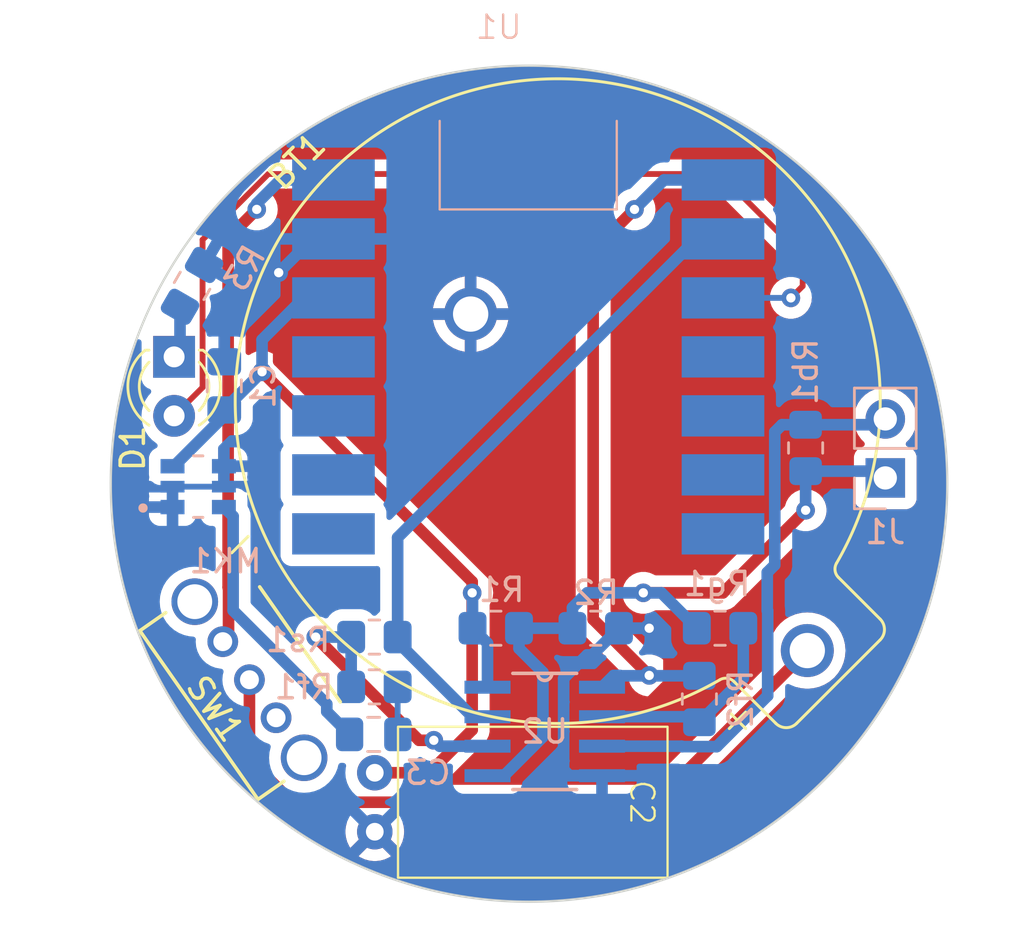
<source format=kicad_pcb>
(kicad_pcb (version 20221018) (generator pcbnew)
  (layers (0 "F.Cu" signal) (31 "B.Cu" signal) (34 "B.Paste" user) (35 "F.Paste" user) (36 "B.SilkS" user "B.Silkscreen") (37 "F.SilkS" user "F.Silkscreen") (38 "B.Mask" user) (39 "F.Mask" user) (44 "Edge.Cuts" user))
  (net 0 "")
  (net 1 "Net-(BT1-+)")
  (net 2 "GND")
  (net 3 "/3V3")
  (net 4 "Net-(MK1-OUT)")
  (net 5 "/1{slash}2 3V3")
  (net 6 "/Piezo+")
  (net 7 "VCC")
  (net 8 "/A0")
  (net 10 "/A1")
  (net 11 "/VMM out")
  (net 12 "/IN2-")
  (net 13 "/IN1-")
  (net 14 "Net-(D1-K)")
  (net 23 "/D2")
  (footprint "Button_Switch_THT:SWITCH_THT_SPDT_11MA1QS1" (layer "F.Cu") (at 87.311714 54.934939 -55)
    (fp_text reference "SW1" (at 2.177081 1.929563 -55 unlocked) (layer "F.SilkS"))
    (fp_text value "SW_SPDT" hide)
    (fp_line (start -2.432299 1.294593) (end -2.432299 2.6542) (stroke (width 0.1524)) (layer "F.SilkS"))
    (fp_line (start -2.432299 2.6542) (end 6.432301 2.6542) (stroke (width 0.1524)) (layer "F.SilkS"))
    (fp_line (start 0.605251 -2.6544) (end -1.022745 -2.6544) (stroke (width 0.1524)) (layer "F.SilkS"))
    (fp_line (start 2.605252 -2.6544) (end 0.605251 -2.6544) (stroke (width 0.1524)) (layer "F.SilkS"))
    (fp_line (start 4.605253 -2.6544) (end 2.605252 -2.6544) (stroke (width 0.1524)) (layer "F.SilkS"))
    (fp_line (start 5.022748 -2.6544) (end 4.605253 -2.6544) (stroke (width 0.1524)) (layer "F.SilkS"))
    (fp_line (start 6.432301 2.6542) (end 6.432301 1.294593) (stroke (width 0.1524)) (layer "F.SilkS"))
    (pad "1" thru_hole circle (at 0 0 305) (size 1.3208 1.3208) (drill 0.8128) (layers "*.Cu" "*.Mask") (net 7 "VCC"))
    (pad "2" thru_hole circle (at 2.000001 0 305) (size 1.3208 1.3208) (drill 0.8128) (layers "*.Cu" "*.Mask") (net 1 "Net-(BT1-+)"))
    (pad "3" thru_hole circle (at 4.000002 0 305) (size 1.3208 1.3208) (drill 0.8128) (layers "*.Cu" "*.Mask"))
    (pad "4" thru_hole circle (at -2.102099 0 305) (size 2.0066 2.0066) (drill 1.4986) (layers "*.Cu" "*.Mask"))
    (pad "5" thru_hole circle (at 6.102101 0 305) (size 2.0066 2.0066) (drill 1.4986) (layers "*.Cu" "*.Mask"))
  )
  (footprint "LED_THT:LED_D3.0mm" (layer "F.Cu") (at 85.217 42.672 -90)
    (fp_text reference "D1" (at 3.937 1.778 90) (layer "F.SilkS"))
    (fp_text value "LED")
    (fp_line (start -0.29 -1.236) (end -0.29 -1.08) (stroke (width 0.12)) (layer "F.SilkS"))
    (fp_line (start -0.29 1.08) (end -0.29 1.236) (stroke (width 0.12)) (layer "F.SilkS"))
    (fp_arc (start -0.29 -1.235516) (mid 1.366487 -1.987659) (end 2.942335 -1.078608) (stroke (width 0.12)) (layer "F.SilkS"))
    (fp_arc (start 0.229039 -1.08) (mid 1.270117 -1.5) (end 2.31113 -1.079837) (stroke (width 0.12)) (layer "F.SilkS"))
    (fp_arc (start 2.31113 1.079837) (mid 1.270117 1.5) (end 0.229039 1.08) (stroke (width 0.12)) (layer "F.SilkS"))
    (fp_arc (start 2.942335 1.078608) (mid 1.366487 1.987659) (end -0.29 1.235516) (stroke (width 0.12)) (layer "F.SilkS"))
    (pad "1" thru_hole rect (at 0 0 270) (size 1.8 1.8) (drill 0.9) (layers "*.Cu" "*.Mask") (net 14 "Net-(D1-K)"))
    (pad "2" thru_hole circle (at 2.54 0 270) (size 1.8 1.8) (drill 0.9) (layers "*.Cu" "*.Mask") (net 23 "/D2"))
  )
  (footprint "Capacitor_THT:300uF_laydown" (layer "F.Cu") (at 93.853 61.849 -90)
    (fp_text reference "C2" (at 0 -11.5 -90 unlocked) (layer "F.SilkS") (effects (font (thickness 0.1))))
    (fp_text value "220uF")
    (fp_rect (start -3.25 -12.6) (end 3.25 -1) (stroke (width 0.1)) (fill none) (layer "F.SilkS"))
    (pad "1" thru_hole circle (at -1.27 0 270) (size 1.524 1.524) (drill 0.762) (layers "*.Cu" "*.Mask") (net 3 "/3V3"))
    (pad "2" thru_hole circle (at 1.27 0 270) (size 1.524 1.524) (drill 0.762) (layers "*.Cu" "*.Mask") (net 2 "GND"))
  )
  (footprint "Battery:BAT_1025-7" (layer "F.Cu") (at 101.727 44.577 45)
    (fp_text reference "BT1" (at -0.635 -15.24 45) (layer "F.SilkS"))
    (fp_text value "Battery_Cell")
    (fp_line (start -14.54 -5.3008) (end -13.54 -5.3008) (stroke (width 0.127)) (layer "F.SilkS"))
    (fp_line (start -4.75 15.1892) (end -3.75 15.1892) (stroke (width 0.127)) (layer "F.SilkS"))
    (fp_line (start -4.25 14.6892) (end -4.25 15.6892) (stroke (width 0.127)) (layer "F.SilkS"))
    (fp_line (start -3.175 13.9098) (end -3.175 16.4465) (stroke (width 0.127)) (layer "F.SilkS"))
    (fp_line (start -2.54 17.0815) (end 2.54 17.0815) (stroke (width 0.127)) (layer "F.SilkS"))
    (fp_line (start 3.175 13.9098) (end 3.175 16.4465) (stroke (width 0.127)) (layer "F.SilkS"))
    (fp_arc (start -3.55402 13.4173) (mid -3.280724 13.599069) (end -3.175 13.9098) (stroke (width 0.127)) (layer "F.SilkS"))
    (fp_arc (start -3.55402 13.4173) (mid 0 -13.879992) (end 3.55402 13.4173) (stroke (width 0.127)) (layer "F.SilkS"))
    (fp_arc (start -2.54 17.0815) (mid -2.989013 16.895513) (end -3.175 16.4465) (stroke (width 0.127)) (layer "F.SilkS"))
    (fp_arc (start 3.175 13.9098) (mid 3.280723 13.599069) (end 3.55402 13.4173) (stroke (width 0.127)) (layer "F.SilkS"))
    (fp_arc (start 3.175 16.4465) (mid 2.989013 16.895513) (end 2.54 17.0815) (stroke (width 0.127)) (layer "F.SilkS"))
    (pad "1" thru_hole circle (at 0 15.1892 45) (size 2.28 2.28) (drill 1.52) (layers "*.Cu" "*.Mask") (net 1 "Net-(BT1-+)"))
    (pad "2" thru_hole circle (at 0 -5.3008 45) (size 2.28 2.28) (drill 1.52) (layers "*.Cu" "*.Mask") (net 2 "GND"))
  )
  (footprint "Resistor_SMD:R_0805_2012Metric_Pad1.20x1.40mm_HandSolder" (layer "B.Cu") (at 99.06 54.356)
    (fp_text reference "R1" (at 0.254 -1.651) (layer "B.SilkS") (effects (justify mirror)))
    (fp_text value "12K")
    (fp_line (start -0.227064 -0.735) (end 0.227064 -0.735) (stroke (width 0.12)) (layer "B.SilkS"))
    (fp_line (start -0.227064 0.735) (end 0.227064 0.735) (stroke (width 0.12)) (layer "B.SilkS"))
    (pad "1" smd roundrect (at -1 0) (size 1.2 1.4) (layers "B.Cu" "B.Paste" "B.Mask") (roundrect_rratio 0.2083333333) (net 3 "/3V3"))
    (pad "2" smd roundrect (at 1 0) (size 1.2 1.4) (layers "B.Cu" "B.Paste" "B.Mask") (roundrect_rratio 0.2083333333) (net 5 "/1{slash}2 3V3"))
  )
  (footprint "Capacitor_SMD:C_0805_2012Metric_Pad1.18x1.45mm_HandSolder" (layer "B.Cu") (at 93.807 58.928)
    (fp_text reference "C3" (at 2.332 1.651) (layer "B.SilkS") (effects (justify mirror)))
    (fp_text value "0.22uF")
    (fp_line (start -0.261252 -0.735) (end 0.261252 -0.735) (stroke (width 0.12)) (layer "B.SilkS"))
    (fp_line (start -0.261252 0.735) (end 0.261252 0.735) (stroke (width 0.12)) (layer "B.SilkS"))
    (pad "1" smd roundrect (at -1.0375 0) (size 1.175 1.45) (layers "B.Cu" "B.Paste" "B.Mask") (roundrect_rratio 0.2127659574) (net 4 "Net-(MK1-OUT)"))
    (pad "2" smd roundrect (at 1.0375 0) (size 1.175 1.45) (layers "B.Cu" "B.Paste" "B.Mask") (roundrect_rratio 0.2127659574) (net 11 "/VMM out"))
  )
  (footprint "Resistor_SMD:R_0805_2012Metric_Pad1.20x1.40mm_HandSolder" (layer "B.Cu") (at 107.823 57.404 90)
    (fp_text reference "Rf2" (at 0 1.778 90) (layer "B.SilkS") (effects (justify mirror)))
    (fp_text value "560K")
    (fp_line (start -0.227064 -0.735) (end 0.227064 -0.735) (stroke (width 0.12)) (layer "B.SilkS"))
    (fp_line (start -0.227064 0.735) (end 0.227064 0.735) (stroke (width 0.12)) (layer "B.SilkS"))
    (pad "1" smd roundrect (at -1 0 90) (size 1.2 1.4) (layers "B.Cu" "B.Paste" "B.Mask") (roundrect_rratio 0.2083333333) (net 13 "/IN1-"))
    (pad "2" smd roundrect (at 1 0 90) (size 1.2 1.4) (layers "B.Cu" "B.Paste" "B.Mask") (roundrect_rratio 0.2083333333) (net 8 "/A0"))
  )
  (footprint "Connector_PinHeader_2.54mm:PinHeader_1x02_P2.54mm_Vertical" (layer "B.Cu") (at 115.824 47.884)
    (fp_text reference "J1" (at 0 2.33) (layer "B.SilkS") (effects (justify mirror)))
    (fp_text value "Piezo sensor")
    (fp_line (start -1.33 -3.87) (end 1.33 -3.87) (stroke (width 0.12)) (layer "B.SilkS"))
    (fp_line (start -1.33 -1.27) (end -1.33 -3.87) (stroke (width 0.12)) (layer "B.SilkS"))
    (fp_line (start -1.33 -1.27) (end 1.33 -1.27) (stroke (width 0.12)) (layer "B.SilkS"))
    (fp_line (start -1.33 0) (end -1.33 1.33) (stroke (width 0.12)) (layer "B.SilkS"))
    (fp_line (start -1.33 1.33) (end 0 1.33) (stroke (width 0.12)) (layer "B.SilkS"))
    (fp_line (start 1.33 -1.27) (end 1.33 -3.87) (stroke (width 0.12)) (layer "B.SilkS"))
    (pad "1" thru_hole rect (at 0 0) (size 1.7 1.7) (drill 1) (layers "*.Cu" "*.Mask") (net 5 "/1{slash}2 3V3"))
    (pad "2" thru_hole oval (at 0 -2.54) (size 1.7 1.7) (drill 1) (layers "*.Cu" "*.Mask") (net 6 "/Piezo+"))
  )
  (footprint "Resistor_SMD:R_0805_2012Metric_Pad1.20x1.40mm_HandSolder" (layer "B.Cu") (at 93.837 56.881 180)
    (fp_text reference "Rs1" (at 3.286 2.017) (layer "B.SilkS") (effects (justify mirror)))
    (fp_text value "15K")
    (fp_line (start -0.227064 -0.735) (end 0.227064 -0.735) (stroke (width 0.12)) (layer "B.SilkS"))
    (fp_line (start -0.227064 0.735) (end 0.227064 0.735) (stroke (width 0.12)) (layer "B.SilkS"))
    (pad "1" smd roundrect (at -1 0 180) (size 1.2 1.4) (layers "B.Cu" "B.Paste" "B.Mask") (roundrect_rratio 0.2083333333) (net 11 "/VMM out"))
    (pad "2" smd roundrect (at 1 0 180) (size 1.2 1.4) (layers "B.Cu" "B.Paste" "B.Mask") (roundrect_rratio 0.2083333333) (net 12 "/IN2-"))
  )
  (footprint "Capacitor_SMD:C_0805_2012Metric_Pad1.18x1.45mm_HandSolder" (layer "B.Cu") (at 87.376 43.9205 90)
    (fp_text reference "C1" (at 0 1.68 90) (layer "B.SilkS") (effects (justify mirror)))
    (fp_text value "0.1uF")
    (fp_line (start -0.261252 -0.735) (end 0.261252 -0.735) (stroke (width 0.12)) (layer "B.SilkS"))
    (fp_line (start -0.261252 0.735) (end 0.261252 0.735) (stroke (width 0.12)) (layer "B.SilkS"))
    (pad "1" smd roundrect (at -1.0375 0 90) (size 1.175 1.45) (layers "B.Cu" "B.Paste" "B.Mask") (roundrect_rratio 0.2127659574) (net 3 "/3V3"))
    (pad "2" smd roundrect (at 1.0375 0 90) (size 1.175 1.45) (layers "B.Cu" "B.Paste" "B.Mask") (roundrect_rratio 0.2127659574) (net 2 "GND"))
  )
  (footprint "Capacitor_SMD:C_0805_2012Metric_Pad1.18x1.45mm_HandSolder" (layer "B.Cu") (at 85.98975 39.614499 60)
    (fp_text reference "R3" (at 1.789308 1.594175 60) (layer "B.SilkS") (effects (justify mirror)))
    (fp_text value "R")
    (fp_line (start -0.261252 -0.735) (end 0.261252 -0.735) (stroke (width 0.12)) (layer "B.SilkS"))
    (fp_line (start -0.261252 0.735) (end 0.261252 0.735) (stroke (width 0.12)) (layer "B.SilkS"))
    (pad "1" smd roundrect (at -1.0375 0 60) (size 1.175 1.45) (layers "B.Cu" "B.Paste" "B.Mask") (roundrect_rratio 0.2127659574) (net 14 "Net-(D1-K)"))
    (pad "2" smd roundrect (at 1.0375 0 60) (size 1.175 1.45) (layers "B.Cu" "B.Paste" "B.Mask") (roundrect_rratio 0.2127659574) (net 2 "GND"))
  )
  (footprint "Resistor_SMD:R_0805_2012Metric_Pad1.20x1.40mm_HandSolder" (layer "B.Cu") (at 93.837 54.737)
    (fp_text reference "Rf1" (at -3.032 2.159) (layer "B.SilkS") (effects (justify mirror)))
    (fp_text value "560K")
    (fp_line (start -0.227064 -0.735) (end 0.227064 -0.735) (stroke (width 0.12)) (layer "B.SilkS"))
    (fp_line (start -0.227064 0.735) (end 0.227064 0.735) (stroke (width 0.12)) (layer "B.SilkS"))
    (pad "1" smd roundrect (at -1 0) (size 1.2 1.4) (layers "B.Cu" "B.Paste" "B.Mask") (roundrect_rratio 0.2083333333) (net 12 "/IN2-"))
    (pad "2" smd roundrect (at 1 0) (size 1.2 1.4) (layers "B.Cu" "B.Paste" "B.Mask") (roundrect_rratio 0.2083333333) (net 10 "/A1"))
  )
  (footprint "op_amp:TLV2772CDR" (layer "B.Cu") (at 101.1682 58.801 180)
    (fp_text reference "U2" (at 0 0 unlocked) (layer "B.SilkS") (effects (justify mirror)))
    (fp_text value "TLV2772CDR")
    (fp_line (start -1.373653 -2.5019) (end 1.373653 -2.5019) (stroke (width 0.1524)) (layer "B.SilkS"))
    (fp_line (start 1.373653 2.5019) (end -1.373653 2.5019) (stroke (width 0.1524)) (layer "B.SilkS"))
    (fp_arc (start -0.3048 2.5019) (mid 0 2.1971) (end 0.3048 2.5019) (stroke (width 0.1524)) (layer "B.SilkS"))
    (pad "1" smd rect (at -2.4638 1.905 180) (size 1.9812 0.5588) (layers "B.Cu" "B.Paste" "B.Mask") (net 8 "/A0"))
    (pad "2" smd rect (at -2.4638 0.635 180) (size 1.9812 0.5588) (layers "B.Cu" "B.Paste" "B.Mask") (net 13 "/IN1-"))
    (pad "3" smd rect (at -2.4638 -0.635 180) (size 1.9812 0.5588) (layers "B.Cu" "B.Paste" "B.Mask") (net 6 "/Piezo+"))
    (pad "4" smd rect (at -2.4638 -1.905 180) (size 1.9812 0.5588) (layers "B.Cu" "B.Paste" "B.Mask") (net 2 "GND"))
    (pad "5" smd rect (at 2.4638 -1.905 180) (size 1.9812 0.5588) (layers "B.Cu" "B.Paste" "B.Mask") (net 5 "/1{slash}2 3V3"))
    (pad "6" smd rect (at 2.4638 -0.635 180) (size 1.9812 0.5588) (layers "B.Cu" "B.Paste" "B.Mask") (net 12 "/IN2-"))
    (pad "7" smd rect (at 2.4638 0.635 180) (size 1.9812 0.5588) (layers "B.Cu" "B.Paste" "B.Mask") (net 10 "/A1"))
    (pad "8" smd rect (at 2.4638 1.905 180) (size 1.9812 0.5588) (layers "B.Cu" "B.Paste" "B.Mask") (net 3 "/3V3"))
  )
  (footprint "Resistor_SMD:R_0805_2012Metric_Pad1.20x1.40mm_HandSolder" (layer "B.Cu") (at 103.362 54.356)
    (fp_text reference "R2" (at 0.016 -1.524) (layer "B.SilkS") (effects (justify mirror)))
    (fp_text value "12K")
    (fp_line (start -0.227064 -0.735) (end 0.227064 -0.735) (stroke (width 0.12)) (layer "B.SilkS"))
    (fp_line (start -0.227064 0.735) (end 0.227064 0.735) (stroke (width 0.12)) (layer "B.SilkS"))
    (pad "1" smd roundrect (at -1 0) (size 1.2 1.4) (layers "B.Cu" "B.Paste" "B.Mask") (roundrect_rratio 0.2083333333) (net 5 "/1{slash}2 3V3"))
    (pad "2" smd roundrect (at 1 0) (size 1.2 1.4) (layers "B.Cu" "B.Paste" "B.Mask") (roundrect_rratio 0.2083333333) (net 2 "GND"))
  )
  (footprint "Resistor_SMD:R_0805_2012Metric_Pad1.20x1.40mm_HandSolder" (layer "B.Cu") (at 112.395 46.593 -90)
    (fp_text reference "Rb1" (at -3.286 0 90) (layer "B.SilkS") (effects (justify mirror)))
    (fp_text value "10M")
    (fp_line (start -0.227064 -0.735) (end 0.227064 -0.735) (stroke (width 0.12)) (layer "B.SilkS"))
    (fp_line (start -0.227064 0.735) (end 0.227064 0.735) (stroke (width 0.12)) (layer "B.SilkS"))
    (pad "1" smd roundrect (at -1 0 270) (size 1.2 1.4) (layers "B.Cu" "B.Paste" "B.Mask") (roundrect_rratio 0.2083333333) (net 6 "/Piezo+"))
    (pad "2" smd roundrect (at 1 0 270) (size 1.2 1.4) (layers "B.Cu" "B.Paste" "B.Mask") (roundrect_rratio 0.2083333333) (net 5 "/1{slash}2 3V3"))
  )
  (footprint "XIAO ESP32 THT:XIAO_SMD" (layer "B.Cu") (at 100.457 42.672 180)
    (fp_text reference "U1" (at 1.27 14.2 unlocked) (layer "B.SilkS") (effects (font (thickness 0.1)) (justify mirror)))
    (fp_text value "~")
    (fp_line (start -3.81 6.35) (end 3.81 6.35) (stroke (width 0.1)) (layer "B.SilkS"))
    (fp_line (start -3.81 10.16) (end -3.81 6.35) (stroke (width 0.1)) (layer "B.SilkS"))
    (fp_line (start 3.81 6.35) (end 3.81 10.16) (stroke (width 0.1)) (layer "B.SilkS"))
    (pad "1" smd rect (at -7.62 7.62 180) (size 3.556 1.778) (drill (offset -0.762 0)) (layers "B.Cu" "B.Paste" "B.Mask") (net 8 "/A0"))
    (pad "2" smd rect (at -7.62 5.08 180) (size 3.556 1.778) (drill (offset -0.762 0)) (layers "B.Cu" "B.Paste" "B.Mask") (net 10 "/A1"))
    (pad "3" smd rect (at -7.62 2.54 180) (size 3.556 1.778) (drill (offset -0.762 0)) (layers "B.Cu" "B.Paste" "B.Mask") (net 23 "/D2"))
    (pad "4" smd rect (at -7.62 0 180) (size 3.556 1.778) (drill (offset -0.762 0)) (layers "B.Cu" "B.Paste" "B.Mask"))
    (pad "5" smd rect (at -7.62 -2.54 180) (size 3.556 1.778) (drill (offset -0.762 0)) (layers "B.Cu" "B.Paste" "B.Mask"))
    (pad "6" smd rect (at -7.62 -5.08 180) (size 3.556 1.778) (drill (offset -0.762 0)) (layers "B.Cu" "B.Paste" "B.Mask"))
    (pad "7" smd rect (at -7.62 -7.62 180) (size 3.556 1.778) (drill (offset -0.762 0)) (layers "B.Cu" "B.Paste" "B.Mask"))
    (pad "8" smd rect (at 7.62 7.62 180) (size 3.556 1.778) (drill (offset 0.762 0)) (layers "B.Cu" "B.Paste" "B.Mask") (net 7 "VCC"))
    (pad "9" smd rect (at 7.62 5.08 180) (size 3.556 1.778) (drill (offset 0.762 0)) (layers "B.Cu" "B.Paste" "B.Mask") (net 2 "GND"))
    (pad "10" smd rect (at 7.62 2.54 180) (size 3.556 1.778) (drill (offset 0.762 0)) (layers "B.Cu" "B.Paste" "B.Mask") (net 3 "/3V3"))
    (pad "11" smd rect (at 7.62 0 180) (size 3.556 1.778) (drill (offset 0.762 0)) (layers "B.Cu" "B.Paste" "B.Mask"))
    (pad "12" smd rect (at 7.62 -2.54 180) (size 3.556 1.778) (drill (offset 0.762 0)) (layers "B.Cu" "B.Paste" "B.Mask"))
    (pad "13" smd rect (at 7.62 -5.08 180) (size 3.556 1.778) (drill (offset 0.762 0)) (layers "B.Cu" "B.Paste" "B.Mask"))
    (pad "14" smd rect (at 7.62 -7.62 180) (size 3.556 1.778) (drill (offset 0.762 0)) (layers "B.Cu" "B.Paste" "B.Mask"))
  )
  (footprint "Resistor_SMD:R_0805_2012Metric_Pad1.20x1.40mm_HandSolder" (layer "B.Cu") (at 108.712 54.356)
    (fp_text reference "Rg1" (at -0.127 -1.905) (layer "B.SilkS") (effects (justify mirror)))
    (fp_text value "12K")
    (fp_line (start -0.227064 -0.735) (end 0.227064 -0.735) (stroke (width 0.12)) (layer "B.SilkS"))
    (fp_line (start -0.227064 0.735) (end 0.227064 0.735) (stroke (width 0.12)) (layer "B.SilkS"))
    (pad "1" smd roundrect (at -1 0) (size 1.2 1.4) (layers "B.Cu" "B.Paste" "B.Mask") (roundrect_rratio 0.2083333333) (net 5 "/1{slash}2 3V3"))
    (pad "2" smd roundrect (at 1 0) (size 1.2 1.4) (layers "B.Cu" "B.Paste" "B.Mask") (roundrect_rratio 0.2083333333) (net 13 "/IN1-"))
  )
  (footprint "Sensor_Audio:MIC_VMM-1627L-R" (layer "B.Cu") (at 86.254 48.26)
    (fp_text reference "MK1" (at 1.175 3.21) (layer "B.SilkS") (effects (justify mirror)))
    (fp_text value "VMM-1627L-R")
    (fp_line (start -0.2 -1.325) (end 0.2 -1.325) (stroke (width 0.127)) (layer "B.SilkS"))
    (fp_line (start -0.2 1.325) (end 0.2 1.325) (stroke (width 0.127)) (layer "B.SilkS"))
    (fp_circle (center -2.375 0.92) (end -2.275 0.92) (stroke (width 0.2)) (fill none) (layer "B.SilkS"))
    (pad "1" smd rect (at -1.105 0.88) (size 1.03 0.62) (layers "B.Cu" "B.Paste" "B.Mask") (net 2 "GND"))
    (pad "2" smd rect (at -1.105 0) (size 1.03 0.5) (layers "B.Cu" "B.Paste" "B.Mask") (net 2 "GND"))
    (pad "3" smd rect (at -1.105 -0.88) (size 1.03 0.62) (layers "B.Cu" "B.Paste" "B.Mask") (net 3 "/3V3"))
    (pad "4" smd rect (at 1.105 -0.88) (size 1.03 0.62) (layers "B.Cu" "B.Paste" "B.Mask") (net 2 "GND"))
    (pad "5" smd rect (at 1.105 0) (size 1.03 0.5) (layers "B.Cu" "B.Paste" "B.Mask") (net 2 "GND"))
    (pad "6" smd rect (at 1.105 0.88) (size 1.03 0.62) (layers "B.Cu" "B.Paste" "B.Mask") (net 4 "Net-(MK1-OUT)"))
  )
  (gr_circle (center 100.491 48.133) (end 118.491 48.133) (stroke (width 0.1)) (fill none) (layer "Edge.Cuts"))
  (segment (start 90.297 61.849) (end 88.458867 60.010867) (width 0.5) (layer "F.Cu") (net 1))
  (segment (start 88.458867 60.010867) (end 88.458867 56.573244) (width 0.5) (layer "F.Cu") (net 1))
  (segment (start 112.467386 55.317386) (end 105.935772 61.849) (width 0.5) (layer "F.Cu") (net 1))
  (segment (start 105.935772 61.849) (end 90.297 61.849) (width 0.5) (layer "F.Cu") (net 1))
  (segment (start 106.514 56.740082) (end 106.514 55.206) (width 0.5) (layer "F.Cu") (net 2))
  (segment (start 89.718 39.045) (end 89.718 42.855) (width 0.5) (layer "F.Cu") (net 2))
  (segment (start 105.693541 57.560541) (end 106.514 56.740082) (width 0.5) (layer "F.Cu") (net 2))
  (segment (start 106.514 55.206) (end 105.664 54.356) (width 0.5) (layer "F.Cu") (net 2))
  (segment (start 104.423541 57.560541) (end 105.693541 57.560541) (width 0.5) (layer "F.Cu") (net 2))
  (segment (start 89.718 42.855) (end 104.423541 57.560541) (width 0.5) (layer "F.Cu") (net 2))
  (via (at 105.664 54.356) (size 0.8) (drill 0.4) (layers "F.Cu" "B.Cu") (net 2))
  (via (at 89.718 39.045) (size 0.8) (drill 0.4) (layers "F.Cu" "B.Cu") (net 2))
  (segment (start 101.981 60.452) (end 102.235 60.706) (width 0.5) (layer "B.Cu") (net 2))
  (segment (start 85.149 48.26) (end 85.149 49.14) (width 0.25) (layer "B.Cu") (net 2))
  (segment (start 104.362 54.356) (end 103.212 55.506) (width 0.5) (layer "B.Cu") (net 2))
  (segment (start 92.837 37.592) (end 92.71 37.592) (width 0.25) (layer "B.Cu") (net 2))
  (segment (start 102.99 55.506) (end 101.981 56.515) (width 0.5) (layer "B.Cu") (net 2))
  (segment (start 85.149 48.26) (end 87.359 48.26) (width 0.25) (layer "B.Cu") (net 2))
  (segment (start 87.359 48.26) (end 87.359 47.38) (width 0.25) (layer "B.Cu") (net 2))
  (segment (start 89.718 39.045) (end 91.171 37.592) (width 0.5) (layer "B.Cu") (net 2))
  (segment (start 87.376 41.387) (end 87.376 42.883) (width 0.5) (layer "B.Cu") (net 2))
  (segment (start 102.235 60.706) (end 103.632 60.706) (width 0.5) (layer "B.Cu") (net 2))
  (segment (start 89.718 39.045) (end 87.376 41.387) (width 0.5) (layer "B.Cu") (net 2))
  (segment (start 87.639 48.378) (end 87.757 48.26) (width 0.25) (layer "B.Cu") (net 2))
  (segment (start 103.212 55.506) (end 102.99 55.506) (width 0.5) (layer "B.Cu") (net 2))
  (segment (start 101.981 56.515) (end 101.981 60.452) (width 0.5) (layer "B.Cu") (net 2))
  (segment (start 91.171 37.592) (end 92.837 37.592) (width 0.5) (layer "B.Cu") (net 2))
  (segment (start 104.362 54.356) (end 105.664 54.356) (width 0.5) (layer "B.Cu") (net 2))
  (segment (start 98.044 52.3542) (end 98.044 52.832) (width 0.5) (layer "F.Cu") (net 3))
  (segment (start 98.044 58.733082) (end 96.198082 60.579) (width 0.5) (layer "F.Cu") (net 3))
  (segment (start 89.002071 43.312271) (end 98.044 52.3542) (width 0.5) (layer "F.Cu") (net 3))
  (segment (start 98.044 52.832) (end 98.044 58.733082) (width 0.5) (layer "F.Cu") (net 3))
  (segment (start 96.198082 60.579) (end 93.853 60.579) (width 0.5) (layer "F.Cu") (net 3))
  (via (at 89.002071 43.312271) (size 0.8) (drill 0.4) (layers "F.Cu" "B.Cu") (net 3))
  (via (at 98.044 52.832) (size 0.8) (drill 0.4) (layers "F.Cu" "B.Cu") (net 3))
  (segment (start 87.376 44.958) (end 87.376 44.938342) (width 0.5) (layer "B.Cu") (net 3))
  (segment (start 87.376 45.212) (end 87.376 44.958) (width 0.5) (layer "B.Cu") (net 3))
  (segment (start 90.805 40.132) (end 92.71 40.132) (width 0.25) (layer "B.Cu") (net 3))
  (segment (start 98.7044 56.896) (end 98.7044 55.0004) (width 0.5) (layer "B.Cu") (net 3))
  (segment (start 85.208 47.38) (end 87.376 45.212) (width 0.5) (layer "B.Cu") (net 3))
  (segment (start 89.002071 43.312271) (end 89.002071 41.934929) (width 0.5) (layer "B.Cu") (net 3))
  (segment (start 89.002071 41.934929) (end 90.805 40.132) (width 0.5) (layer "B.Cu") (net 3))
  (segment (start 98.06 52.848) (end 98.044 52.832) (width 0.5) (layer "B.Cu") (net 3))
  (segment (start 87.376 44.938342) (end 89.002071 43.312271) (width 0.5) (layer "B.Cu") (net 3))
  (segment (start 98.7044 55.0004) (end 98.06 54.356) (width 0.5) (layer "B.Cu") (net 3))
  (segment (start 85.149 47.38) (end 85.208 47.38) (width 0.5) (layer "B.Cu") (net 3))
  (segment (start 98.06 54.356) (end 98.06 52.848) (width 0.5) (layer "B.Cu") (net 3))
  (segment (start 91.787 57.9455) (end 92.7695 58.928) (width 0.5) (layer "B.Cu") (net 4))
  (segment (start 87.757 53.594) (end 91.787 57.624) (width 0.5) (layer "B.Cu") (net 4))
  (segment (start 87.359 49.14) (end 87.757 49.538) (width 0.5) (layer "B.Cu") (net 4))
  (segment (start 91.787 57.624) (end 91.787 57.9455) (width 0.5) (layer "B.Cu") (net 4))
  (segment (start 87.757 49.538) (end 87.757 53.594) (width 0.5) (layer "B.Cu") (net 4))
  (segment (start 108.839 52.832) (end 112.395 49.276) (width 0.5) (layer "F.Cu") (net 5))
  (segment (start 105.41 52.832) (end 108.839 52.832) (width 0.5) (layer "F.Cu") (net 5))
  (via (at 105.41 52.832) (size 0.8) (drill 0.4) (layers "F.Cu" "B.Cu") (net 5))
  (via (at 112.395 49.276) (size 0.8) (drill 0.4) (layers "F.Cu" "B.Cu") (net 5))
  (segment (start 101.092 56.261) (end 101.092 59.0296) (width 0.5) (layer "B.Cu") (net 5))
  (segment (start 100.06 54.356) (end 100.06 55.229) (width 0.5) (layer "B.Cu") (net 5))
  (segment (start 102.362 54.356) (end 102.362 53.467) (width 0.5) (layer "B.Cu") (net 5))
  (segment (start 100.06 55.229) (end 101.092 56.261) (width 0.5) (layer "B.Cu") (net 5))
  (segment (start 112.395 47.593) (end 115.533 47.593) (width 0.5) (layer "B.Cu") (net 5))
  (segment (start 99.4156 60.706) (end 98.7044 60.706) (width 0.25) (layer "B.Cu") (net 5))
  (segment (start 102.362 53.467) (end 102.997 52.832) (width 0.5) (layer "B.Cu") (net 5))
  (segment (start 106.188 52.832) (end 107.712 54.356) (width 0.5) (layer "B.Cu") (net 5))
  (segment (start 115.533 47.593) (end 115.824 47.884) (width 0.5) (layer "B.Cu") (net 5))
  (segment (start 101.092 59.0296) (end 99.4156 60.706) (width 0.5) (layer "B.Cu") (net 5))
  (segment (start 112.395 47.593) (end 112.395 49.276) (width 0.5) (layer "B.Cu") (net 5))
  (segment (start 100.06 54.356) (end 102.362 54.356) (width 0.5) (layer "B.Cu") (net 5))
  (segment (start 105.41 52.832) (end 106.188 52.832) (width 0.5) (layer "B.Cu") (net 5))
  (segment (start 102.997 52.832) (end 105.41 52.832) (width 0.5) (layer "B.Cu") (net 5))
  (segment (start 107.058122 59.436) (end 103.632 59.436) (width 0.5) (layer "B.Cu") (net 6))
  (segment (start 112.395 45.593) (end 111.379 45.593) (width 0.5) (layer "B.Cu") (net 6))
  (segment (start 111.379 45.593) (end 111.067 45.905) (width 0.5) (layer "B.Cu") (net 6))
  (segment (start 111.067 45.905) (end 111.067 51.631) (width 0.5) (layer "B.Cu") (net 6))
  (segment (start 110.762 57.261878) (end 108.569878 59.454) (width 0.5) (layer "B.Cu") (net 6))
  (segment (start 110.744 51.954) (end 110.744 53.591122) (width 0.5) (layer "B.Cu") (net 6))
  (segment (start 110.762 53.609122) (end 110.762 57.261878) (width 0.5) (layer "B.Cu") (net 6))
  (segment (start 115.575 45.593) (end 115.824 45.344) (width 0.5) (layer "B.Cu") (net 6))
  (segment (start 112.395 45.593) (end 115.575 45.593) (width 0.5) (layer "B.Cu") (net 6))
  (segment (start 110.744 53.591122) (end 110.762 53.609122) (width 0.5) (layer "B.Cu") (net 6))
  (segment (start 108.569878 59.454) (end 107.076122 59.454) (width 0.5) (layer "B.Cu") (net 6))
  (segment (start 111.067 51.631) (end 110.744 51.954) (width 0.5) (layer "B.Cu") (net 6))
  (segment (start 107.076122 59.454) (end 107.058122 59.436) (width 0.5) (layer "B.Cu") (net 6))
  (segment (start 88.773 36.322) (end 87.542 37.553) (width 0.5) (layer "F.Cu") (net 7))
  (segment (start 87.5593 54.687353) (end 87.311714 54.934939) (width 0.5) (layer "F.Cu") (net 7))
  (segment (start 87.5593 52.611023) (end 87.5593 54.687353) (width 0.5) (layer "F.Cu") (net 7))
  (segment (start 87.542 52.593723) (end 87.5593 52.611023) (width 0.5) (layer "F.Cu") (net 7))
  (segment (start 87.542 55.02265) (end 87.302171 55.262479) (width 0.5) (layer "F.Cu") (net 7))
  (segment (start 87.542 37.553) (end 87.542 52.593723) (width 0.5) (layer "F.Cu") (net 7))
  (via (at 88.773 36.322) (size 0.8) (drill 0.4) (layers "F.Cu" "B.Cu") (net 7))
  (segment (start 88.773 36.068) (end 88.773 36.322) (width 0.5) (layer "B.Cu") (net 7))
  (segment (start 92.837 35.052) (end 89.789 35.052) (width 0.5) (layer "B.Cu") (net 7))
  (segment (start 89.789 35.052) (end 88.773 36.068) (width 0.5) (layer "B.Cu") (net 7))
  (segment (start 105.664 56.388) (end 103.251 53.975) (width 0.5) (layer "F.Cu") (net 8))
  (segment (start 103.251 38.1) (end 105.029 36.322) (width 0.5) (layer "F.Cu") (net 8))
  (segment (start 103.251 53.975) (end 103.251 38.1) (width 0.5) (layer "F.Cu") (net 8))
  (via (at 105.029 36.322) (size 0.8) (drill 0.4) (layers "F.Cu" "B.Cu") (net 8))
  (via (at 105.664 56.388) (size 0.8) (drill 0.4) (layers "F.Cu" "B.Cu") (net 8))
  (segment (start 104.394 56.388) (end 104.41 56.404) (width 0.25) (layer "B.Cu") (net 8))
  (segment (start 103.632 56.896) (end 104.14 56.388) (width 0.5) (layer "B.Cu") (net 8))
  (segment (start 105.664 56.388) (end 105.68 56.404) (width 0.5) (layer "B.Cu") (net 8))
  (segment (start 108.077 35.052) (end 106.299 35.052) (width 0.5) (layer "B.Cu") (net 8))
  (segment (start 104.41 56.404) (end 105.648 56.404) (width 0.5) (layer "B.Cu") (net 8))
  (segment (start 104.14 56.388) (end 104.394 56.388) (width 0.5) (layer "B.Cu") (net 8))
  (segment (start 105.648 56.404) (end 105.664 56.388) (width 0.5) (layer "B.Cu") (net 8))
  (segment (start 105.68 56.404) (end 107.823 56.404) (width 0.5) (layer "B.Cu") (net 8))
  (segment (start 106.299 35.052) (end 105.029 36.322) (width 0.5) (layer "B.Cu") (net 8))
  (segment (start 98.0544 58.166) (end 94.837 54.9486) (width 0.5) (layer "B.Cu") (net 10))
  (segment (start 94.837 50.451) (end 107.696 37.592) (width 0.5) (layer "B.Cu") (net 10))
  (segment (start 98.7044 58.166) (end 98.0544 58.166) (width 0.5) (layer "B.Cu") (net 10))
  (segment (start 94.837 54.9486) (end 94.837 54.737) (width 0.25) (layer "B.Cu") (net 10))
  (segment (start 94.837 54.737) (end 94.837 50.451) (width 0.5) (layer "B.Cu") (net 10))
  (segment (start 107.696 37.592) (end 107.95 37.592) (width 0.5) (layer "B.Cu") (net 10))
  (segment (start 94.837 56.881) (end 94.837 58.9205) (width 0.25) (layer "B.Cu") (net 11))
  (segment (start 94.8445 56.8885) (end 94.837 56.881) (width 0.25) (layer "B.Cu") (net 11))
  (segment (start 94.837 58.9205) (end 94.8445 58.928) (width 0.25) (layer "B.Cu") (net 11))
  (segment (start 91.313 54.737) (end 95.758 59.182) (width 0.5) (layer "F.Cu") (net 12))
  (segment (start 95.758 59.182) (end 96.393 59.182) (width 0.5) (layer "F.Cu") (net 12))
  (via (at 96.393 59.182) (size 0.8) (drill 0.4) (layers "F.Cu" "B.Cu") (net 12))
  (via (at 91.313 54.737) (size 0.8) (drill 0.4) (layers "F.Cu" "B.Cu") (net 12))
  (segment (start 96.647 59.436) (end 96.393 59.182) (width 0.5) (layer "B.Cu") (net 12))
  (segment (start 92.837 56.881) (end 92.837 54.737) (width 0.5) (layer "B.Cu") (net 12))
  (segment (start 92.837 54.737) (end 91.313 54.737) (width 0.5) (layer "B.Cu") (net 12))
  (segment (start 98.7044 59.436) (end 96.647 59.436) (width 0.5) (layer "B.Cu") (net 12))
  (segment (start 107.585 58.166) (end 107.823 58.404) (width 0.25) (layer "B.Cu") (net 13))
  (segment (start 103.632 58.166) (end 107.585 58.166) (width 0.5) (layer "B.Cu") (net 13))
  (segment (start 109.712 56.515) (end 107.823 58.404) (width 0.5) (layer "B.Cu") (net 13))
  (segment (start 109.712 54.356) (end 109.712 56.515) (width 0.5) (layer "B.Cu") (net 13))
  (segment (start 85.471 42.418) (end 85.217 42.672) (width 0.25) (layer "B.Cu") (net 14))
  (segment (start 85.471 40.513) (end 85.471 42.418) (width 0.5) (layer "B.Cu") (net 14))
  (segment (start 85.217 45.212) (end 86.442 43.987) (width 0.25) (layer "F.Cu") (net 23))
  (segment (start 112.268 39.624) (end 111.76 40.132) (width 0.25) (layer "F.Cu") (net 23))
  (segment (start 86.442 43.987) (end 86.442 37.627695) (width 0.25) (layer "F.Cu") (net 23))
  (segment (start 108.712 34.798) (end 112.268 38.354) (width 0.25) (layer "F.Cu") (net 23))
  (segment (start 89.271695 34.798) (end 108.712 34.798) (width 0.25) (layer "F.Cu") (net 23))
  (segment (start 112.268 38.354) (end 112.268 39.624) (width 0.25) (layer "F.Cu") (net 23))
  (segment (start 86.442 37.627695) (end 89.271695 34.798) (width 0.25) (layer "F.Cu") (net 23))
  (via (at 111.76 40.132) (size 0.8) (drill 0.4) (layers "F.Cu" "B.Cu") (net 23))
  (segment (start 111.76 40.132) (end 108.077 40.132) (width 0.25) (layer "B.Cu") (net 23))
  (zone (net 2) (net_name "GND") (layers "F&B.Cu") (connect_pads (clearance 0.5)) (min_thickness 0.25) (fill yes (thermal_gap 0.5) (thermal_bridge_width 0.5))
    (polygon (pts (xy 77.724 27.432) (xy 121.031 27.305) (xy 121.793 67.31) (xy 79.375 66.802)))
  )
)
</source>
